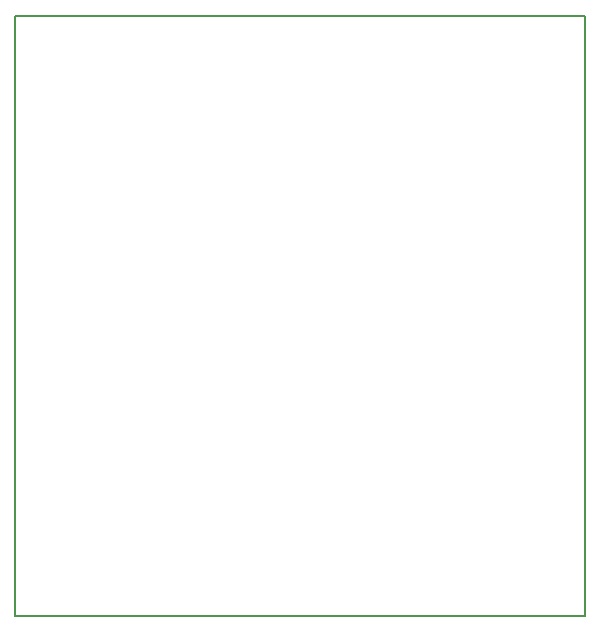
<source format=gm1>
G04 #@! TF.GenerationSoftware,KiCad,Pcbnew,(5.0.1)-3*
G04 #@! TF.CreationDate,2018-12-25T20:41:26+01:00*
G04 #@! TF.ProjectId,iLight,694C696768742E6B696361645F706362,rev?*
G04 #@! TF.SameCoordinates,Original*
G04 #@! TF.FileFunction,Profile,NP*
%FSLAX46Y46*%
G04 Gerber Fmt 4.6, Leading zero omitted, Abs format (unit mm)*
G04 Created by KiCad (PCBNEW (5.0.1)-3) date 25/12/2018 20:41:26*
%MOMM*%
%LPD*%
G01*
G04 APERTURE LIST*
%ADD10C,0.150000*%
G04 APERTURE END LIST*
D10*
X165100000Y-142240000D02*
X165100000Y-93980000D01*
X165100000Y-144780000D02*
X213360000Y-144780000D01*
X165100000Y-142240000D02*
X165100000Y-144780000D01*
X213360000Y-93980000D02*
X213360000Y-144780000D01*
X165100000Y-93980000D02*
X213360000Y-93980000D01*
M02*

</source>
